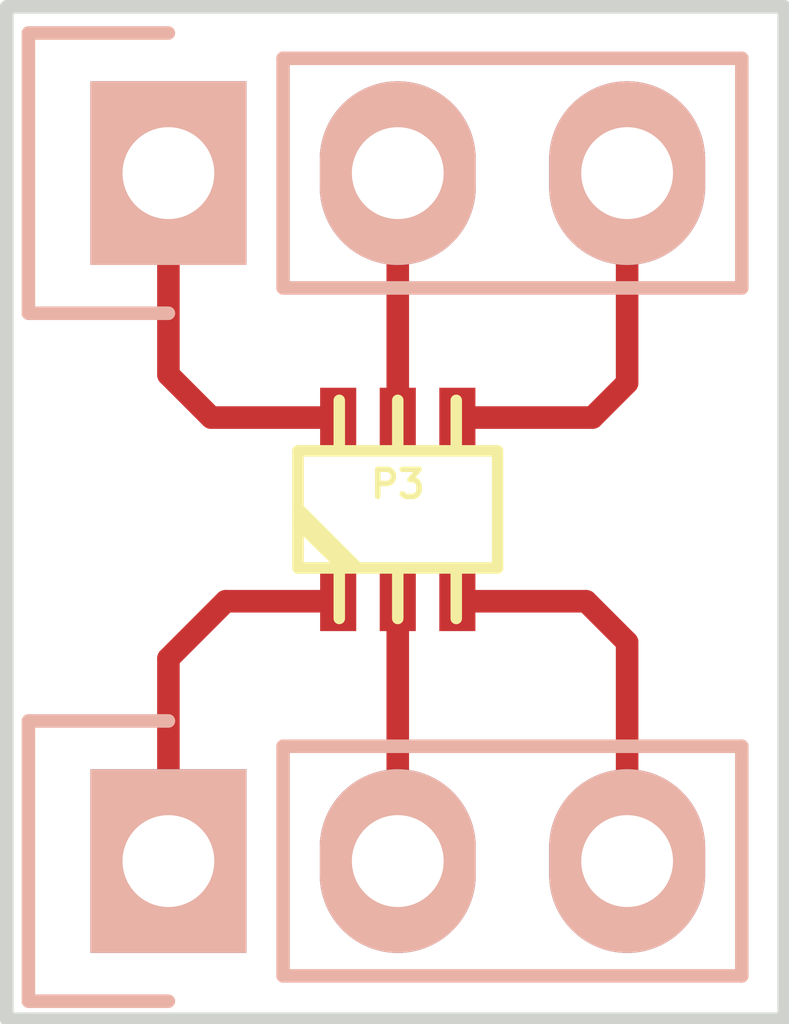
<source format=kicad_pcb>
(kicad_pcb (version 4) (host pcbnew 0.201512011501+6337~38~ubuntu14.04.1-stable)

  (general
    (links 6)
    (no_connects 0)
    (area 140.386999 87.774999 166.345001 100.887601)
    (thickness 1.6)
    (drawings 4)
    (tracks 14)
    (zones 0)
    (modules 3)
    (nets 7)
  )

  (page A4)
  (layers
    (0 F.Cu signal)
    (31 B.Cu signal)
    (32 B.Adhes user)
    (33 F.Adhes user)
    (34 B.Paste user)
    (35 F.Paste user)
    (36 B.SilkS user)
    (37 F.SilkS user)
    (38 B.Mask user)
    (39 F.Mask user)
    (40 Dwgs.User user)
    (41 Cmts.User user)
    (42 Eco1.User user)
    (43 Eco2.User user)
    (44 Edge.Cuts user)
    (45 Margin user)
    (46 B.CrtYd user)
    (47 F.CrtYd user)
    (48 B.Fab user)
    (49 F.Fab user)
  )

  (setup
    (last_trace_width 0.25)
    (trace_clearance 0.2)
    (zone_clearance 0.508)
    (zone_45_only no)
    (trace_min 0.2)
    (segment_width 0.2)
    (edge_width 0.15)
    (via_size 0.6)
    (via_drill 0.4)
    (via_min_size 0.4)
    (via_min_drill 0.3)
    (uvia_size 0.3)
    (uvia_drill 0.1)
    (uvias_allowed no)
    (uvia_min_size 0.2)
    (uvia_min_drill 0.1)
    (pcb_text_width 0.3)
    (pcb_text_size 1.5 1.5)
    (mod_edge_width 0.15)
    (mod_text_size 1 1)
    (mod_text_width 0.15)
    (pad_size 1.524 1.524)
    (pad_drill 0.762)
    (pad_to_mask_clearance 0.2)
    (aux_axis_origin 0 0)
    (visible_elements FFFFFF7F)
    (pcbplotparams
      (layerselection 0x00030_80000001)
      (usegerberextensions false)
      (excludeedgelayer true)
      (linewidth 1.000000)
      (plotframeref false)
      (viasonmask false)
      (mode 1)
      (useauxorigin false)
      (hpglpennumber 1)
      (hpglpenspeed 20)
      (hpglpendiameter 15)
      (hpglpenoverlay 2)
      (psnegative false)
      (psa4output false)
      (plotreference true)
      (plotvalue true)
      (plotinvisibletext false)
      (padsonsilk false)
      (subtractmaskfromsilk false)
      (outputformat 1)
      (mirror false)
      (drillshape 1)
      (scaleselection 1)
      (outputdirectory ""))
  )

  (net 0 "")
  (net 1 "Net-(P1-Pad1)")
  (net 2 "Net-(P1-Pad2)")
  (net 3 "Net-(P1-Pad3)")
  (net 4 "Net-(P2-Pad2)")
  (net 5 "Net-(P2-Pad1)")
  (net 6 "Net-(P2-Pad3)")

  (net_class Default "This is the default net class."
    (clearance 0.2)
    (trace_width 0.25)
    (via_dia 0.6)
    (via_drill 0.4)
    (uvia_dia 0.3)
    (uvia_drill 0.1)
    (add_net "Net-(P1-Pad1)")
    (add_net "Net-(P1-Pad2)")
    (add_net "Net-(P1-Pad3)")
    (add_net "Net-(P2-Pad1)")
    (add_net "Net-(P2-Pad2)")
    (add_net "Net-(P2-Pad3)")
  )

  (module Pin_Headers:Pin_Header_Straight_1x03 (layer B.Cu) (tedit 565F01F7) (tstamp 565F438C)
    (at 159.45 97.3 270)
    (descr "Through hole pin header")
    (tags "pin header")
    (path /565EEC09)
    (fp_text reference P1 (at 0 5.1 270) (layer B.SilkS) hide
      (effects (font (size 1 1) (thickness 0.15)) (justify mirror))
    )
    (fp_text value CONN_01X03 (at 0 3.1 270) (layer B.Fab) hide
      (effects (font (size 1 1) (thickness 0.15)) (justify mirror))
    )
    (fp_line (start -1.75 1.75) (end -1.75 -6.85) (layer B.CrtYd) (width 0.05))
    (fp_line (start 1.75 1.75) (end 1.75 -6.85) (layer B.CrtYd) (width 0.05))
    (fp_line (start -1.75 1.75) (end 1.75 1.75) (layer B.CrtYd) (width 0.05))
    (fp_line (start -1.75 -6.85) (end 1.75 -6.85) (layer B.CrtYd) (width 0.05))
    (fp_line (start -1.27 -1.27) (end -1.27 -6.35) (layer B.SilkS) (width 0.15))
    (fp_line (start -1.27 -6.35) (end 1.27 -6.35) (layer B.SilkS) (width 0.15))
    (fp_line (start 1.27 -6.35) (end 1.27 -1.27) (layer B.SilkS) (width 0.15))
    (fp_line (start 1.55 1.55) (end 1.55 0) (layer B.SilkS) (width 0.15))
    (fp_line (start 1.27 -1.27) (end -1.27 -1.27) (layer B.SilkS) (width 0.15))
    (fp_line (start -1.55 0) (end -1.55 1.55) (layer B.SilkS) (width 0.15))
    (fp_line (start -1.55 1.55) (end 1.55 1.55) (layer B.SilkS) (width 0.15))
    (pad 1 thru_hole rect (at 0 0 270) (size 2.032 1.7272) (drill 1.016) (layers *.Cu *.Mask B.SilkS)
      (net 1 "Net-(P1-Pad1)"))
    (pad 2 thru_hole oval (at 0 -2.54 270) (size 2.032 1.7272) (drill 1.016) (layers *.Cu *.Mask B.SilkS)
      (net 2 "Net-(P1-Pad2)"))
    (pad 3 thru_hole oval (at 0 -5.08 270) (size 2.032 1.7272) (drill 1.016) (layers *.Cu *.Mask B.SilkS)
      (net 3 "Net-(P1-Pad3)"))
    (model Pin_Headers.3dshapes/Pin_Header_Straight_1x03.wrl
      (at (xyz 0 -0.1 0))
      (scale (xyz 1 1 1))
      (rotate (xyz 0 0 90))
    )
  )

  (module Pin_Headers:Pin_Header_Straight_1x03 (layer B.Cu) (tedit 565F01F9) (tstamp 565F439E)
    (at 159.45 89.69 270)
    (descr "Through hole pin header")
    (tags "pin header")
    (path /565EEBEC)
    (fp_text reference P2 (at 0 5.1 270) (layer B.SilkS) hide
      (effects (font (size 1 1) (thickness 0.15)) (justify mirror))
    )
    (fp_text value CONN_01X03 (at 0 3.1 270) (layer B.Fab) hide
      (effects (font (size 1 1) (thickness 0.15)) (justify mirror))
    )
    (fp_line (start -1.75 1.75) (end -1.75 -6.85) (layer B.CrtYd) (width 0.05))
    (fp_line (start 1.75 1.75) (end 1.75 -6.85) (layer B.CrtYd) (width 0.05))
    (fp_line (start -1.75 1.75) (end 1.75 1.75) (layer B.CrtYd) (width 0.05))
    (fp_line (start -1.75 -6.85) (end 1.75 -6.85) (layer B.CrtYd) (width 0.05))
    (fp_line (start -1.27 -1.27) (end -1.27 -6.35) (layer B.SilkS) (width 0.15))
    (fp_line (start -1.27 -6.35) (end 1.27 -6.35) (layer B.SilkS) (width 0.15))
    (fp_line (start 1.27 -6.35) (end 1.27 -1.27) (layer B.SilkS) (width 0.15))
    (fp_line (start 1.55 1.55) (end 1.55 0) (layer B.SilkS) (width 0.15))
    (fp_line (start 1.27 -1.27) (end -1.27 -1.27) (layer B.SilkS) (width 0.15))
    (fp_line (start -1.55 0) (end -1.55 1.55) (layer B.SilkS) (width 0.15))
    (fp_line (start -1.55 1.55) (end 1.55 1.55) (layer B.SilkS) (width 0.15))
    (pad 1 thru_hole rect (at 0 0 270) (size 2.032 1.7272) (drill 1.016) (layers *.Cu *.Mask B.SilkS)
      (net 5 "Net-(P2-Pad1)"))
    (pad 2 thru_hole oval (at 0 -2.54 270) (size 2.032 1.7272) (drill 1.016) (layers *.Cu *.Mask B.SilkS)
      (net 4 "Net-(P2-Pad2)"))
    (pad 3 thru_hole oval (at 0 -5.08 270) (size 2.032 1.7272) (drill 1.016) (layers *.Cu *.Mask B.SilkS)
      (net 6 "Net-(P2-Pad3)"))
    (model Pin_Headers.3dshapes/Pin_Header_Straight_1x03.wrl
      (at (xyz 0 -0.1 0))
      (scale (xyz 1 1 1))
      (rotate (xyz 0 0 90))
    )
  )

  (module w_smd_trans:sc70-6 (layer F.Cu) (tedit 0) (tstamp 565EF3C1)
    (at 161.99 93.41)
    (descr SC70-6)
    (path /565EEF9E)
    (fp_text reference P3 (at 0 -0.2794) (layer F.SilkS)
      (effects (font (size 0.29972 0.29972) (thickness 0.06096)))
    )
    (fp_text value DIL6 (at 0 0.3556) (layer F.SilkS) hide
      (effects (font (size 0.29972 0.29972) (thickness 0.06096)))
    )
    (fp_line (start 0 -0.6477) (end 0 -1.2065) (layer F.SilkS) (width 0.127))
    (fp_line (start -0.4445 0.6477) (end -1.1049 -0.0127) (layer F.SilkS) (width 0.127))
    (fp_line (start -0.5969 0.6477) (end -1.1049 0.1524) (layer F.SilkS) (width 0.127))
    (fp_line (start 0.6477 -0.6477) (end 0.6477 -1.2065) (layer F.SilkS) (width 0.127))
    (fp_line (start -0.6477 -0.6477) (end -0.6477 -1.2065) (layer F.SilkS) (width 0.127))
    (fp_line (start 0 0.6477) (end 0 1.2065) (layer F.SilkS) (width 0.127))
    (fp_line (start 0.6477 0.6477) (end 0.6477 1.2065) (layer F.SilkS) (width 0.127))
    (fp_line (start -0.6477 0.6477) (end -0.6477 1.2065) (layer F.SilkS) (width 0.127))
    (fp_line (start -1.1049 -0.6477) (end 1.1049 -0.6477) (layer F.SilkS) (width 0.127))
    (fp_line (start 1.1049 -0.6477) (end 1.1049 0.6477) (layer F.SilkS) (width 0.127))
    (fp_line (start 1.1049 0.6477) (end -1.1049 0.6477) (layer F.SilkS) (width 0.127))
    (fp_line (start -1.1049 0.6477) (end -1.1049 -0.6477) (layer F.SilkS) (width 0.127))
    (pad 1 smd rect (at -0.66 1.016) (size 0.4 0.66) (layers F.Cu F.Paste F.Mask)
      (net 1 "Net-(P1-Pad1)") (clearance 0.2))
    (pad 3 smd rect (at 0.66 1.016) (size 0.4 0.66) (layers F.Cu F.Paste F.Mask)
      (net 3 "Net-(P1-Pad3)") (clearance 0.2))
    (pad 2 smd rect (at 0 1.016) (size 0.4 0.66) (layers F.Cu F.Paste F.Mask)
      (net 2 "Net-(P1-Pad2)") (clearance 0.2))
    (pad 4 smd rect (at 0.66 -1.016) (size 0.4 0.66) (layers F.Cu F.Paste F.Mask)
      (net 6 "Net-(P2-Pad3)") (clearance 0.2))
    (pad 6 smd rect (at -0.66 -1.016) (size 0.4 0.66) (layers F.Cu F.Paste F.Mask)
      (net 5 "Net-(P2-Pad1)") (clearance 0.2))
    (pad 5 smd rect (at 0 -1.016) (size 0.4 0.66) (layers F.Cu F.Paste F.Mask)
      (net 4 "Net-(P2-Pad2)") (clearance 0.2))
    (model /home/nail/src/kicad/smisioto/walter/smd_trans/sc70-6.wrl
      (at (xyz 0 0 0))
      (scale (xyz 1 1 1))
      (rotate (xyz 0 0 0))
    )
  )

  (gr_line (start 157.66 87.85) (end 166.27 87.85) (angle 90) (layer Edge.Cuts) (width 0.15))
  (gr_line (start 157.66 99.05) (end 157.66 87.85) (angle 90) (layer Edge.Cuts) (width 0.15))
  (gr_line (start 166.27 99.05) (end 157.66 99.05) (angle 90) (layer Edge.Cuts) (width 0.15))
  (gr_line (start 166.27 87.85) (end 166.27 99.05) (angle 90) (layer Edge.Cuts) (width 0.15))

  (segment (start 159.45 97.3) (end 159.45 95.06) (width 0.25) (layer F.Cu) (net 1))
  (segment (start 160.084 94.426) (end 161.33 94.426) (width 0.25) (layer F.Cu) (net 1) (tstamp 566456D4))
  (segment (start 159.45 95.06) (end 160.084 94.426) (width 0.25) (layer F.Cu) (net 1) (tstamp 566456D3))
  (segment (start 161.99 97.3) (end 161.99 94.426) (width 0.25) (layer F.Cu) (net 2))
  (segment (start 162.65 94.426) (end 164.076 94.426) (width 0.25) (layer F.Cu) (net 3))
  (segment (start 164.53 94.88) (end 164.53 97.3) (width 0.25) (layer F.Cu) (net 3) (tstamp 566456DA))
  (segment (start 164.076 94.426) (end 164.53 94.88) (width 0.25) (layer F.Cu) (net 3) (tstamp 566456D9))
  (segment (start 161.99 92.394) (end 161.99 89.69) (width 0.25) (layer F.Cu) (net 4))
  (segment (start 161.33 92.394) (end 159.924 92.394) (width 0.25) (layer F.Cu) (net 5))
  (segment (start 159.45 91.92) (end 159.45 89.69) (width 0.25) (layer F.Cu) (net 5) (tstamp 566456E8))
  (segment (start 159.924 92.394) (end 159.45 91.92) (width 0.25) (layer F.Cu) (net 5) (tstamp 566456E7))
  (segment (start 162.65 92.394) (end 164.146 92.394) (width 0.25) (layer F.Cu) (net 6))
  (segment (start 164.53 92.01) (end 164.53 89.69) (width 0.25) (layer F.Cu) (net 6) (tstamp 566456E0))
  (segment (start 164.146 92.394) (end 164.53 92.01) (width 0.25) (layer F.Cu) (net 6) (tstamp 566456DF))

)

</source>
